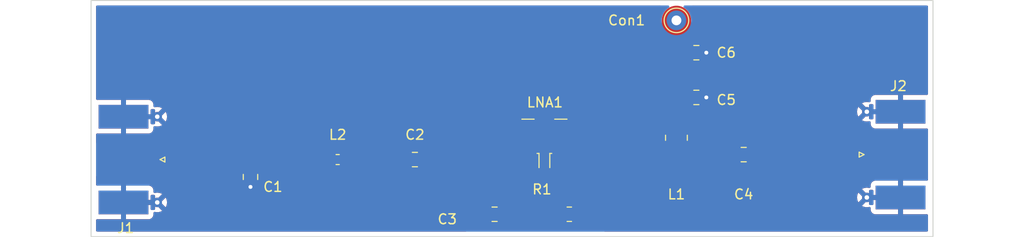
<source format=kicad_pcb>
(kicad_pcb (version 20211014) (generator pcbnew)
  (layers (0 "F.Cu" signal) (31 "B.Cu" signal) (34 "B.Paste" user) (35 "F.Paste" user) (36 "B.SilkS" user "B.Silkscreen") (37 "F.SilkS" user "F.Silkscreen") (38 "B.Mask" user) (39 "F.Mask" user) (44 "Edge.Cuts" user))
  (net 0 "")
  (net 1 "Net-(C1-Pad1)")
  (net 2 "Earth")
  (net 3 "Net-(C2-Pad1)")
  (net 4 "Net-(C2-Pad2)")
  (net 5 "Net-(C4-Pad1)")
  (net 6 "Net-(C4-Pad2)")
  (net 7 "Net-(C3-Pad2)")
  (net 8 "Net-(C5-Pad1)")
  (footprint "Capacitor_SMD:C_0805_2012Metric" (layer "F.Cu") (at 128.27 92.456)
    (fp_text reference "C2" (at 0 -2.54) (layer "F.SilkS"))
    (fp_text value "2.2uF")
    (fp_line (start -0.261252 -0.735) (end 0.261252 -0.735) (layer "F.SilkS") (width 0.12))
    (fp_line (start -0.261252 0.735) (end 0.261252 0.735) (layer "F.SilkS") (width 0.12))
    (pad "1" smd roundrect locked (at -0.95 0) (size 1 1.45) (layers "F.Cu" "F.Paste" "F.Mask") (net 3 "Net-(C2-Pad1)"))
    (pad "2" smd roundrect locked (at 0.95 0) (size 1 1.45) (layers "F.Cu" "F.Paste" "F.Mask") (net 4 "Net-(C2-Pad2)"))
  )
  (footprint "Capacitor_SMD:C_0805_2012Metric" (layer "F.Cu") (at 136.398 98.044)
    (fp_text reference "C3" (at -4.826 0.508) (layer "F.SilkS"))
    (fp_text value "0.1uF")
    (fp_line (start -0.261252 0.735) (end 0.261252 0.735) (layer "F.SilkS") (width 0.12))
    (fp_line (start -0.261252 -0.735) (end 0.261252 -0.735) (layer "F.SilkS") (width 0.12))
    (pad "1" smd roundrect locked (at -0.95 0) (size 1 1.45) (layers "F.Cu" "F.Paste" "F.Mask") (net 4 "Net-(C2-Pad2)"))
    (pad "2" smd roundrect locked (at 0.95 0) (size 1 1.45) (layers "F.Cu" "F.Paste" "F.Mask") (net 7 "Net-(C3-Pad2)"))
  )
  (footprint "Capacitor_SMD:C_0805_2012Metric" (layer "F.Cu") (at 156.972 86.106)
    (fp_text reference "C5" (at 3.048 0.254) (layer "F.SilkS"))
    (fp_text value "100pF")
    (fp_line (start -0.261252 -0.735) (end 0.261252 -0.735) (layer "F.SilkS") (width 0.12))
    (fp_line (start -0.261252 0.735) (end 0.261252 0.735) (layer "F.SilkS") (width 0.12))
    (pad "1" smd roundrect locked (at -0.95 0) (size 1 1.45) (layers "F.Cu" "F.Paste" "F.Mask") (net 8 "Net-(C5-Pad1)"))
    (pad "2" smd roundrect locked (at 0.95 0) (size 1 1.45) (layers "F.Cu" "F.Paste" "F.Mask") (net 2 "Earth"))
  )
  (footprint "Capacitor_SMD:C_0805_2012Metric" (layer "F.Cu") (at 161.798 91.948)
    (fp_text reference "C4" (at 0 4.064) (layer "F.SilkS"))
    (fp_text value "2.2uF")
    (fp_line (start -0.261252 0.735) (end 0.261252 0.735) (layer "F.SilkS") (width 0.12))
    (fp_line (start -0.261252 -0.735) (end 0.261252 -0.735) (layer "F.SilkS") (width 0.12))
    (pad "1" smd roundrect locked (at -0.95 0) (size 1 1.45) (layers "F.Cu" "F.Paste" "F.Mask") (net 5 "Net-(C4-Pad1)"))
    (pad "2" smd roundrect locked (at 0.95 0) (size 1 1.45) (layers "F.Cu" "F.Paste" "F.Mask") (net 6 "Net-(C4-Pad2)"))
  )
  (footprint "Inductor_SMD:L_1008_2520Metric" (layer "F.Cu") (at 154.94 90.229 -90)
    (fp_text reference "L1" (at 5.783 0 180) (layer "F.SilkS"))
    (fp_text value "15uH")
    (fp_line (start -0.261252 -1.11) (end 0.261252 -1.11) (layer "F.SilkS") (width 0.12))
    (fp_line (start -0.261252 1.11) (end 0.261252 1.11) (layer "F.SilkS") (width 0.12))
    (pad "1" smd roundrect locked (at -1.075 0 270) (size 1.25 2.2) (layers "F.Cu" "F.Paste" "F.Mask") (roundrect_rratio 0.2) (net 8 "Net-(C5-Pad1)"))
    (pad "2" smd roundrect locked (at 1.075 0 270) (size 1.25 2.2) (layers "F.Cu" "F.Paste" "F.Mask") (roundrect_rratio 0.2) (net 5 "Net-(C4-Pad1)"))
  )
  (footprint "Connector_Pin:Pin_D1.0mm_L10.0mm" (layer "F.Cu") (at 154.94 78.232)
    (fp_text reference "Con1" (at -5.08 0) (layer "F.SilkS"))
    (fp_text value "5V")
    (fp_circle (center 0 0) (end 1.25 0.05) (layer "F.SilkS") (width 0.12) (fill none))
    (pad "1" thru_hole circle locked (at 0 0) (size 2 2) (drill 1) (layers *.Cu *.Mask) (net 8 "Net-(C5-Pad1)"))
  )
  (footprint "Inductor_SMD:L_0603_1608Metric" (layer "F.Cu") (at 120.396 92.456)
    (fp_text reference "L2" (at 0 -2.54) (layer "F.SilkS"))
    (fp_text value "5.1 nH")
    (fp_line (start -0.162779 0.51) (end 0.162779 0.51) (layer "F.SilkS") (width 0.12))
    (fp_line (start -0.162779 -0.51) (end 0.162779 -0.51) (layer "F.SilkS") (width 0.12))
    (pad "1" smd roundrect locked (at -0.7875 0) (size 0.875 0.95) (layers "F.Cu" "F.Paste" "F.Mask") (net 1 "Net-(C1-Pad1)"))
    (pad "2" smd roundrect locked (at 0.7875 0) (size 0.875 0.95) (layers "F.Cu" "F.Paste" "F.Mask") (net 3 "Net-(C2-Pad1)"))
  )
  (footprint "Resistor_SMD:R_0805_2012Metric" (layer "F.Cu") (at 144.018 98.044)
    (fp_text reference "R1" (at -2.794 -2.54) (layer "F.SilkS"))
    (fp_text value "1k5")
    (fp_line (start -0.227064 0.735) (end 0.227064 0.735) (layer "F.SilkS") (width 0.12))
    (fp_line (start -0.227064 -0.735) (end 0.227064 -0.735) (layer "F.SilkS") (width 0.12))
    (pad "1" smd roundrect locked (at -0.9125 0) (size 1.025 1.4) (layers "F.Cu" "F.Paste" "F.Mask") (roundrect_rratio 0.243902439) (net 7 "Net-(C3-Pad2)"))
    (pad "2" smd roundrect locked (at 0.9125 0) (size 1.025 1.4) (layers "F.Cu" "F.Paste" "F.Mask") (roundrect_rratio 0.243902439) (net 5 "Net-(C4-Pad1)"))
  )
  (footprint "Capacitor_SMD:C_0805_2012Metric" (layer "F.Cu") (at 111.506 94.234 -90)
    (fp_text reference "C1" (at 1.016 -2.286 180) (layer "F.SilkS"))
    (fp_text value "1.5pF")
    (fp_line (start -0.261252 -0.735) (end 0.261252 -0.735) (layer "F.SilkS") (width 0.12))
    (fp_line (start -0.261252 0.735) (end 0.261252 0.735) (layer "F.SilkS") (width 0.12))
    (pad "1" smd roundrect locked (at -0.95 0 270) (size 1 1.45) (layers "F.Cu" "F.Paste" "F.Mask") (net 1 "Net-(C1-Pad1)"))
    (pad "2" smd roundrect locked (at 0.95 0 270) (size 1 1.45) (layers "F.Cu" "F.Paste" "F.Mask") (net 2 "Earth"))
  )
  (footprint "lna_lib:LNA_PHA-13LN+" (layer "F.Cu") (at 141.528 82.278)
    (fp_text reference "LNA1" (at 0 4.336 unlocked) (layer "F.SilkS"))
    (fp_text value "LNA_PHA_13LN+")
    (fp_line (start 1 6.05) (end 2.25 6.05) (layer "F.SilkS") (width 0.12))
    (fp_line (start 0.5 9.55) (end 0.7 9.55) (layer "F.SilkS") (width 0.12))
    (fp_line (start -2.35 6.05) (end -1.1 6.05) (layer "F.SilkS") (width 0.12))
    (fp_line (start 0.5 11) (end 0.5 9.55) (layer "F.SilkS") (width 0.12))
    (fp_line (start -0.6 11) (end -0.6 9.55) (layer "F.SilkS") (width 0.12))
    (fp_line (start -0.8 9.55) (end -0.6 9.55) (layer "F.SilkS") (width 0.12))
    (pad "1" smd rect (at -1.65 10.3) (size 0.71 1.5) (layers "F.Cu" "F.Paste" "F.Mask") (net 4 "Net-(C2-Pad2)"))
    (pad "2" smd rect (at -0.05 8.4) (size 0.91 5.33) (layers "F.Cu" "F.Paste" "F.Mask") (net 2 "Earth"))
    (pad "3" smd rect (at 1.55 10.3) (size 0.71 1.5) (layers "F.Cu" "F.Paste" "F.Mask") (net 5 "Net-(C4-Pad1)"))
    (pad "4" smd rect (at -0.05 7.4) (size 1.905 2.505) (layers "F.Cu" "F.Paste" "F.Mask") (net 2 "Earth"))
  )
  (footprint "Capacitor_SMD:C_0805_2012Metric" (layer "F.Cu") (at 156.972 81.534)
    (fp_text reference "C6" (at 3.048 0) (layer "F.SilkS"))
    (fp_text value "10uF")
    (fp_line (start -0.261252 -0.735) (end 0.261252 -0.735) (layer "F.SilkS") (width 0.12))
    (fp_line (start -0.261252 0.735) (end 0.261252 0.735) (layer "F.SilkS") (width 0.12))
    (pad "1" smd roundrect locked (at -0.95 0) (size 1 1.45) (layers "F.Cu" "F.Paste" "F.Mask") (net 8 "Net-(C5-Pad1)"))
    (pad "2" smd roundrect locked (at 0.95 0) (size 1 1.45) (layers "F.Cu" "F.Paste" "F.Mask") (net 2 "Earth"))
  )
  (footprint "Connector_Coaxial:SMA_Molex_73251-1153_EdgeMount_Horizontal" (layer "F.Cu") (at 100.278 92.456)
    (fp_text reference "J1" (at -1.5 7) (layer "F.SilkS"))
    (fp_text value "Conn_Coaxial")
    (fp_line (start 2.5 0.25) (end 2 0) (layer "F.SilkS") (width 0.12))
    (fp_line (start 2.5 -0.25) (end 2.5 0.25) (layer "F.SilkS") (width 0.12))
    (fp_line (start 2 0) (end 2.5 -0.25) (layer "F.SilkS") (width 0.12))
    (pad "1" smd rect locked (at -1.72 0) (size 5.08 2.29) (layers "F.Cu" "F.Paste" "F.Mask") (net 1 "Net-(C1-Pad1)"))
    (pad "2" smd rect locked (at 1.27 4.38) (size 0.95 0.46) (layers "B.Cu") (net 2 "Earth"))
    (pad "2" smd rect locked (at -1.72 4.38) (size 5.08 2.42) (layers "F.Cu" "F.Paste" "F.Mask") (net 2 "Earth"))
    (pad "2" smd rect locked (at -1.72 -4.38) (size 5.08 2.42) (layers "B.Cu" "B.Paste" "B.Mask") (net 2 "Earth"))
    (pad "2" smd rect locked (at -1.72 -4.38) (size 5.08 2.42) (layers "F.Cu" "F.Paste" "F.Mask") (net 2 "Earth"))
    (pad "2" thru_hole circle locked (at 1.72 4.38) (size 0.97 0.97) (drill 0.46) (layers *.Cu) (net 2 "Earth"))
    (pad "2" thru_hole circle locked (at 1.72 -4.38) (size 0.97 0.97) (drill 0.46) (layers *.Cu) (net 2 "Earth"))
    (pad "2" smd rect locked (at 1.27 4.38) (size 0.95 0.46) (layers "F.Cu") (net 2 "Earth"))
    (pad "2" smd rect locked (at -1.72 4.38) (size 5.08 2.42) (layers "B.Cu" "B.Paste" "B.Mask") (net 2 "Earth"))
    (pad "2" smd rect locked (at 1.27 -4.38) (size 0.95 0.46) (layers "F.Cu") (net 2 "Earth"))
    (pad "2" smd rect locked (at 1.27 -4.38) (size 0.95 0.46) (layers "B.Cu") (net 2 "Earth"))
  )
  (footprint "Connector_Coaxial:SMA_Molex_73251-1153_EdgeMount_Horizontal" (layer "F.Cu") (at 176.074 91.948 180)
    (fp_text reference "J2" (at -1.5 7) (layer "F.SilkS"))
    (fp_text value "Conn_Coaxial")
    (fp_line (start 2.5 -0.25) (end 2.5 0.25) (layer "F.SilkS") (width 0.12))
    (fp_line (start 2 0) (end 2.5 -0.25) (layer "F.SilkS") (width 0.12))
    (fp_line (start 2.5 0.25) (end 2 0) (layer "F.SilkS") (width 0.12))
    (pad "1" smd rect locked (at -1.72 0 180) (size 5.08 2.29) (layers "F.Cu" "F.Paste" "F.Mask") (net 6 "Net-(C4-Pad2)"))
    (pad "2" thru_hole circle locked (at 1.72 -4.38 180) (size 0.97 0.97) (drill 0.46) (layers *.Cu) (net 2 "Earth"))
    (pad "2" smd rect locked (at 1.27 4.38 180) (size 0.95 0.46) (layers "B.Cu") (net 2 "Earth"))
    (pad "2" smd rect locked (at -1.72 -4.38 180) (size 5.08 2.42) (layers "F.Cu" "F.Paste" "F.Mask") (net 2 "Earth"))
    (pad "2" smd rect locked (at 1.27 4.38 180) (size 0.95 0.46) (layers "F.Cu") (net 2 "Earth"))
    (pad "2" thru_hole circle locked (at 1.72 4.38 180) (size 0.97 0.97) (drill 0.46) (layers *.Cu) (net 2 "Earth"))
    (pad "2" smd rect locked (at -1.72 4.38 180) (size 5.08 2.42) (layers "B.Cu" "B.Paste" "B.Mask") (net 2 "Earth"))
    (pad "2" smd rect locked (at -1.72 -4.38 180) (size 5.08 2.42) (layers "B.Cu" "B.Paste" "B.Mask") (net 2 "Earth"))
    (pad "2" smd rect locked (at 1.27 -4.38 180) (size 0.95 0.46) (layers "F.Cu") (net 2 "Earth"))
    (pad "2" smd rect locked (at -1.72 4.38 180) (size 5.08 2.42) (layers "F.Cu" "F.Paste" "F.Mask") (net 2 "Earth"))
    (pad "2" smd rect locked (at 1.27 -4.38 180) (size 0.95 0.46) (layers "B.Cu") (net 2 "Earth"))
  )
  (gr_rect (start 181.102 76.2) (end 95.25 100.33) (layer "Edge.Cuts") (width 0.1) (fill none))
  (segment (start 98.304 92.456) (end 118.618 92.456) (width 3) (layer "F.Cu") (net 1))
  (segment (start 98.37 92.522) (end 98.304 92.456) (width 0.25) (layer "F.Cu") (net 1))
  (via (at 157.988 81.534) (size 0.8) (drill 0.4) (layers "F.Cu" "B.Cu") (net 2))
  (via (at 111.506 95.25) (size 0.8) (drill 0.4) (layers "F.Cu" "B.Cu") (net 2))
  (via (at 157.988 86.106) (size 0.8) (drill 0.4) (layers "F.Cu" "B.Cu") (net 2))
  (segment (start 122.174 92.456) (end 126.492 92.456) (width 3) (layer "F.Cu") (net 3))
  (segment (start 131.826 92.456) (end 130.048 92.456) (width 3) (layer "F.Cu") (net 4))
  (segment (start 134.808 95.438) (end 131.826 92.456) (width 3) (layer "F.Cu") (net 4))
  (segment (start 134.808 98.044) (end 135.448 98.044) (width 0.25) (layer "F.Cu") (net 4))
  (segment (start 134.808 98.044) (end 134.808 95.438) (width 3) (layer "F.Cu") (net 4))
  (segment (start 131.826 92.456) (end 138.938 92.456) (width 3) (layer "F.Cu") (net 4))
  (segment (start 151.1005 93.2475) (end 152.4 91.948) (width 3) (layer "F.Cu") (net 5))
  (segment (start 144.9305 98.044) (end 145.796 98.044) (width 0.25) (layer "F.Cu") (net 5))
  (segment (start 146.2745 98.044) (end 151.071 93.2475) (width 3) (layer "F.Cu") (net 5))
  (segment (start 151.77 92.578) (end 152.4 91.948) (width 3) (layer "F.Cu") (net 5))
  (segment (start 151.071 93.2475) (end 151.1005 93.2475) (width 3) (layer "F.Cu") (net 5))
  (segment (start 152.4 91.948) (end 160.02 91.948) (width 3) (layer "F.Cu") (net 5))
  (segment (start 144.018 92.578) (end 151.77 92.578) (width 3) (layer "F.Cu") (net 5))
  (segment (start 145.796 98.044) (end 146.2745 98.044) (width 3) (layer "F.Cu") (net 5))
  (segment (start 163.576 91.948) (end 177.794 91.948) (width 3) (layer "F.Cu") (net 6))
  (segment (start 138.176 98.044) (end 142.3435 98.044) (width 3) (layer "F.Cu") (net 7))
  (segment (start 154.94 88.392) (end 154.94 78.232) (width 3) (layer "F.Cu") (net 8))
  (zone (net 2) (net_name "Earth") (layer "F.Cu") (connect_pads (clearance 0.508)) (min_thickness 0.254) (fill yes (thermal_gap 0.508) (thermal_bridge_width 0.508))
    (polygon (pts (xy 181.102 100.33) (xy 95.25 100.33) (xy 95.25 76.2) (xy 181.102 76.2)))
  )
  (zone (net 2) (net_name "Earth") (layer "B.Cu") (connect_pads (clearance 0.508)) (min_thickness 0.254) (fill yes (thermal_gap 0.508) (thermal_bridge_width 0.508))
    (polygon (pts (xy 181.102 100.33) (xy 95.25 100.33) (xy 95.25 76.2) (xy 181.102 76.2)))
  )
)
</source>
